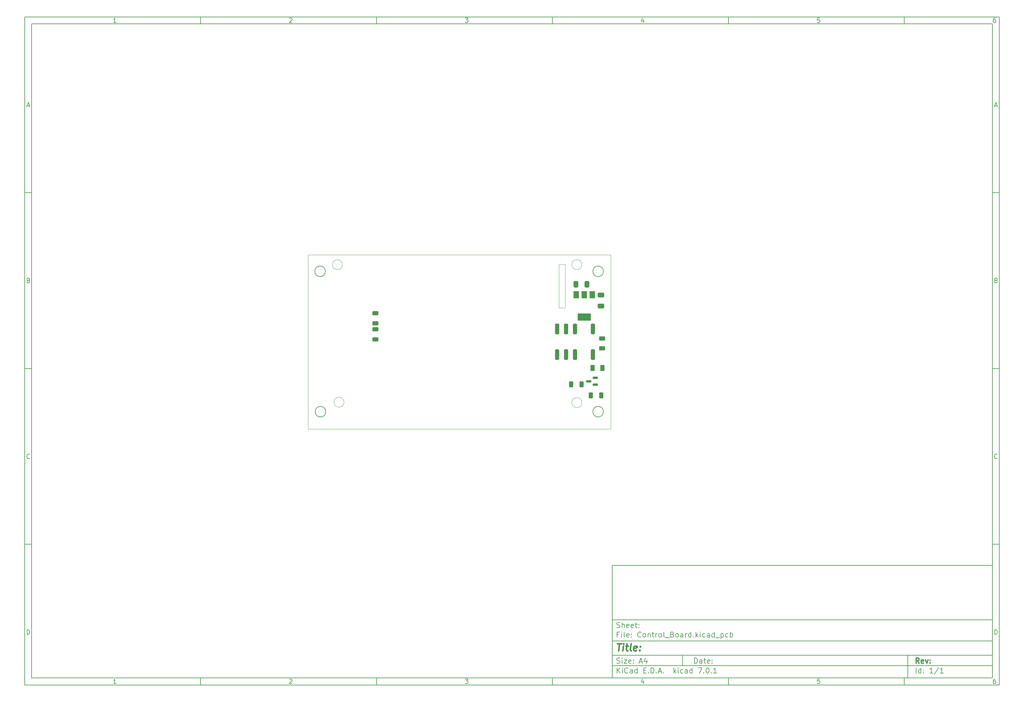
<source format=gbr>
%TF.GenerationSoftware,KiCad,Pcbnew,7.0.1*%
%TF.CreationDate,2024-01-20T13:41:41+00:00*%
%TF.ProjectId,Control_Board,436f6e74-726f-46c5-9f42-6f6172642e6b,rev?*%
%TF.SameCoordinates,Original*%
%TF.FileFunction,Paste,Top*%
%TF.FilePolarity,Positive*%
%FSLAX45Y45*%
G04 Gerber Fmt 4.5, Leading zero omitted, Abs format (unit mm)*
G04 Created by KiCad (PCBNEW 7.0.1) date 2024-01-20 13:41:41*
%MOMM*%
%LPD*%
G01*
G04 APERTURE LIST*
G04 Aperture macros list*
%AMRoundRect*
0 Rectangle with rounded corners*
0 $1 Rounding radius*
0 $2 $3 $4 $5 $6 $7 $8 $9 X,Y pos of 4 corners*
0 Add a 4 corners polygon primitive as box body*
4,1,4,$2,$3,$4,$5,$6,$7,$8,$9,$2,$3,0*
0 Add four circle primitives for the rounded corners*
1,1,$1+$1,$2,$3*
1,1,$1+$1,$4,$5*
1,1,$1+$1,$6,$7*
1,1,$1+$1,$8,$9*
0 Add four rect primitives between the rounded corners*
20,1,$1+$1,$2,$3,$4,$5,0*
20,1,$1+$1,$4,$5,$6,$7,0*
20,1,$1+$1,$6,$7,$8,$9,0*
20,1,$1+$1,$8,$9,$2,$3,0*%
G04 Aperture macros list end*
%ADD10C,0.100000*%
%ADD11C,0.150000*%
%ADD12C,0.300000*%
%ADD13C,0.400000*%
%ADD14R,1.500000X2.000000*%
%ADD15R,3.800000X2.000000*%
%ADD16RoundRect,0.250000X-0.412500X-0.650000X0.412500X-0.650000X0.412500X0.650000X-0.412500X0.650000X0*%
%ADD17RoundRect,0.250000X-0.375000X-0.625000X0.375000X-0.625000X0.375000X0.625000X-0.375000X0.625000X0*%
%ADD18RoundRect,0.250000X0.625000X-0.312500X0.625000X0.312500X-0.625000X0.312500X-0.625000X-0.312500X0*%
%ADD19RoundRect,0.150000X0.587500X0.150000X-0.587500X0.150000X-0.587500X-0.150000X0.587500X-0.150000X0*%
%ADD20RoundRect,0.250000X-0.625000X0.375000X-0.625000X-0.375000X0.625000X-0.375000X0.625000X0.375000X0*%
%ADD21RoundRect,0.250000X-0.312500X-0.625000X0.312500X-0.625000X0.312500X0.625000X-0.312500X0.625000X0*%
%ADD22RoundRect,0.249750X0.305250X1.250250X-0.305250X1.250250X-0.305250X-1.250250X0.305250X-1.250250X0*%
%ADD23RoundRect,0.250000X-0.650000X0.412500X-0.650000X-0.412500X0.650000X-0.412500X0.650000X0.412500X0*%
%TA.AperFunction,Profile*%
%ADD24C,0.200000*%
%TD*%
%TA.AperFunction,Profile*%
%ADD25C,0.100000*%
%TD*%
G04 APERTURE END LIST*
D10*
D11*
X17700220Y-16600720D02*
X28500220Y-16600720D01*
X28500220Y-19800720D01*
X17700220Y-19800720D01*
X17700220Y-16600720D01*
D10*
D11*
X1000000Y-1000000D02*
X28700220Y-1000000D01*
X28700220Y-20000720D01*
X1000000Y-20000720D01*
X1000000Y-1000000D01*
D10*
D11*
X1200000Y-1200000D02*
X28500220Y-1200000D01*
X28500220Y-19800720D01*
X1200000Y-19800720D01*
X1200000Y-1200000D01*
D10*
D11*
X6000000Y-1200000D02*
X6000000Y-1000000D01*
D10*
D11*
X11000000Y-1200000D02*
X11000000Y-1000000D01*
D10*
D11*
X16000000Y-1200000D02*
X16000000Y-1000000D01*
D10*
D11*
X21000000Y-1200000D02*
X21000000Y-1000000D01*
D10*
D11*
X26000000Y-1200000D02*
X26000000Y-1000000D01*
D10*
D11*
X3599048Y-1160140D02*
X3524762Y-1160140D01*
X3561905Y-1160140D02*
X3561905Y-1030140D01*
X3561905Y-1030140D02*
X3549524Y-1048712D01*
X3549524Y-1048712D02*
X3537143Y-1061093D01*
X3537143Y-1061093D02*
X3524762Y-1067283D01*
D10*
D11*
X8524762Y-1042521D02*
X8530952Y-1036331D01*
X8530952Y-1036331D02*
X8543333Y-1030140D01*
X8543333Y-1030140D02*
X8574286Y-1030140D01*
X8574286Y-1030140D02*
X8586667Y-1036331D01*
X8586667Y-1036331D02*
X8592857Y-1042521D01*
X8592857Y-1042521D02*
X8599048Y-1054902D01*
X8599048Y-1054902D02*
X8599048Y-1067283D01*
X8599048Y-1067283D02*
X8592857Y-1085855D01*
X8592857Y-1085855D02*
X8518571Y-1160140D01*
X8518571Y-1160140D02*
X8599048Y-1160140D01*
D10*
D11*
X13518571Y-1030140D02*
X13599048Y-1030140D01*
X13599048Y-1030140D02*
X13555714Y-1079664D01*
X13555714Y-1079664D02*
X13574286Y-1079664D01*
X13574286Y-1079664D02*
X13586667Y-1085855D01*
X13586667Y-1085855D02*
X13592857Y-1092045D01*
X13592857Y-1092045D02*
X13599048Y-1104426D01*
X13599048Y-1104426D02*
X13599048Y-1135379D01*
X13599048Y-1135379D02*
X13592857Y-1147760D01*
X13592857Y-1147760D02*
X13586667Y-1153950D01*
X13586667Y-1153950D02*
X13574286Y-1160140D01*
X13574286Y-1160140D02*
X13537143Y-1160140D01*
X13537143Y-1160140D02*
X13524762Y-1153950D01*
X13524762Y-1153950D02*
X13518571Y-1147760D01*
D10*
D11*
X18586667Y-1073474D02*
X18586667Y-1160140D01*
X18555714Y-1023950D02*
X18524762Y-1116807D01*
X18524762Y-1116807D02*
X18605238Y-1116807D01*
D10*
D11*
X23592857Y-1030140D02*
X23530952Y-1030140D01*
X23530952Y-1030140D02*
X23524762Y-1092045D01*
X23524762Y-1092045D02*
X23530952Y-1085855D01*
X23530952Y-1085855D02*
X23543333Y-1079664D01*
X23543333Y-1079664D02*
X23574286Y-1079664D01*
X23574286Y-1079664D02*
X23586667Y-1085855D01*
X23586667Y-1085855D02*
X23592857Y-1092045D01*
X23592857Y-1092045D02*
X23599048Y-1104426D01*
X23599048Y-1104426D02*
X23599048Y-1135379D01*
X23599048Y-1135379D02*
X23592857Y-1147760D01*
X23592857Y-1147760D02*
X23586667Y-1153950D01*
X23586667Y-1153950D02*
X23574286Y-1160140D01*
X23574286Y-1160140D02*
X23543333Y-1160140D01*
X23543333Y-1160140D02*
X23530952Y-1153950D01*
X23530952Y-1153950D02*
X23524762Y-1147760D01*
D10*
D11*
X28586667Y-1030140D02*
X28561905Y-1030140D01*
X28561905Y-1030140D02*
X28549524Y-1036331D01*
X28549524Y-1036331D02*
X28543333Y-1042521D01*
X28543333Y-1042521D02*
X28530952Y-1061093D01*
X28530952Y-1061093D02*
X28524762Y-1085855D01*
X28524762Y-1085855D02*
X28524762Y-1135379D01*
X28524762Y-1135379D02*
X28530952Y-1147760D01*
X28530952Y-1147760D02*
X28537143Y-1153950D01*
X28537143Y-1153950D02*
X28549524Y-1160140D01*
X28549524Y-1160140D02*
X28574286Y-1160140D01*
X28574286Y-1160140D02*
X28586667Y-1153950D01*
X28586667Y-1153950D02*
X28592857Y-1147760D01*
X28592857Y-1147760D02*
X28599048Y-1135379D01*
X28599048Y-1135379D02*
X28599048Y-1104426D01*
X28599048Y-1104426D02*
X28592857Y-1092045D01*
X28592857Y-1092045D02*
X28586667Y-1085855D01*
X28586667Y-1085855D02*
X28574286Y-1079664D01*
X28574286Y-1079664D02*
X28549524Y-1079664D01*
X28549524Y-1079664D02*
X28537143Y-1085855D01*
X28537143Y-1085855D02*
X28530952Y-1092045D01*
X28530952Y-1092045D02*
X28524762Y-1104426D01*
D10*
D11*
X6000000Y-19800720D02*
X6000000Y-20000720D01*
D10*
D11*
X11000000Y-19800720D02*
X11000000Y-20000720D01*
D10*
D11*
X16000000Y-19800720D02*
X16000000Y-20000720D01*
D10*
D11*
X21000000Y-19800720D02*
X21000000Y-20000720D01*
D10*
D11*
X26000000Y-19800720D02*
X26000000Y-20000720D01*
D10*
D11*
X3599048Y-19960860D02*
X3524762Y-19960860D01*
X3561905Y-19960860D02*
X3561905Y-19830860D01*
X3561905Y-19830860D02*
X3549524Y-19849432D01*
X3549524Y-19849432D02*
X3537143Y-19861813D01*
X3537143Y-19861813D02*
X3524762Y-19868003D01*
D10*
D11*
X8524762Y-19843241D02*
X8530952Y-19837051D01*
X8530952Y-19837051D02*
X8543333Y-19830860D01*
X8543333Y-19830860D02*
X8574286Y-19830860D01*
X8574286Y-19830860D02*
X8586667Y-19837051D01*
X8586667Y-19837051D02*
X8592857Y-19843241D01*
X8592857Y-19843241D02*
X8599048Y-19855622D01*
X8599048Y-19855622D02*
X8599048Y-19868003D01*
X8599048Y-19868003D02*
X8592857Y-19886575D01*
X8592857Y-19886575D02*
X8518571Y-19960860D01*
X8518571Y-19960860D02*
X8599048Y-19960860D01*
D10*
D11*
X13518571Y-19830860D02*
X13599048Y-19830860D01*
X13599048Y-19830860D02*
X13555714Y-19880384D01*
X13555714Y-19880384D02*
X13574286Y-19880384D01*
X13574286Y-19880384D02*
X13586667Y-19886575D01*
X13586667Y-19886575D02*
X13592857Y-19892765D01*
X13592857Y-19892765D02*
X13599048Y-19905146D01*
X13599048Y-19905146D02*
X13599048Y-19936099D01*
X13599048Y-19936099D02*
X13592857Y-19948480D01*
X13592857Y-19948480D02*
X13586667Y-19954670D01*
X13586667Y-19954670D02*
X13574286Y-19960860D01*
X13574286Y-19960860D02*
X13537143Y-19960860D01*
X13537143Y-19960860D02*
X13524762Y-19954670D01*
X13524762Y-19954670D02*
X13518571Y-19948480D01*
D10*
D11*
X18586667Y-19874194D02*
X18586667Y-19960860D01*
X18555714Y-19824670D02*
X18524762Y-19917527D01*
X18524762Y-19917527D02*
X18605238Y-19917527D01*
D10*
D11*
X23592857Y-19830860D02*
X23530952Y-19830860D01*
X23530952Y-19830860D02*
X23524762Y-19892765D01*
X23524762Y-19892765D02*
X23530952Y-19886575D01*
X23530952Y-19886575D02*
X23543333Y-19880384D01*
X23543333Y-19880384D02*
X23574286Y-19880384D01*
X23574286Y-19880384D02*
X23586667Y-19886575D01*
X23586667Y-19886575D02*
X23592857Y-19892765D01*
X23592857Y-19892765D02*
X23599048Y-19905146D01*
X23599048Y-19905146D02*
X23599048Y-19936099D01*
X23599048Y-19936099D02*
X23592857Y-19948480D01*
X23592857Y-19948480D02*
X23586667Y-19954670D01*
X23586667Y-19954670D02*
X23574286Y-19960860D01*
X23574286Y-19960860D02*
X23543333Y-19960860D01*
X23543333Y-19960860D02*
X23530952Y-19954670D01*
X23530952Y-19954670D02*
X23524762Y-19948480D01*
D10*
D11*
X28586667Y-19830860D02*
X28561905Y-19830860D01*
X28561905Y-19830860D02*
X28549524Y-19837051D01*
X28549524Y-19837051D02*
X28543333Y-19843241D01*
X28543333Y-19843241D02*
X28530952Y-19861813D01*
X28530952Y-19861813D02*
X28524762Y-19886575D01*
X28524762Y-19886575D02*
X28524762Y-19936099D01*
X28524762Y-19936099D02*
X28530952Y-19948480D01*
X28530952Y-19948480D02*
X28537143Y-19954670D01*
X28537143Y-19954670D02*
X28549524Y-19960860D01*
X28549524Y-19960860D02*
X28574286Y-19960860D01*
X28574286Y-19960860D02*
X28586667Y-19954670D01*
X28586667Y-19954670D02*
X28592857Y-19948480D01*
X28592857Y-19948480D02*
X28599048Y-19936099D01*
X28599048Y-19936099D02*
X28599048Y-19905146D01*
X28599048Y-19905146D02*
X28592857Y-19892765D01*
X28592857Y-19892765D02*
X28586667Y-19886575D01*
X28586667Y-19886575D02*
X28574286Y-19880384D01*
X28574286Y-19880384D02*
X28549524Y-19880384D01*
X28549524Y-19880384D02*
X28537143Y-19886575D01*
X28537143Y-19886575D02*
X28530952Y-19892765D01*
X28530952Y-19892765D02*
X28524762Y-19905146D01*
D10*
D11*
X1000000Y-6000000D02*
X1200000Y-6000000D01*
D10*
D11*
X1000000Y-11000000D02*
X1200000Y-11000000D01*
D10*
D11*
X1000000Y-16000000D02*
X1200000Y-16000000D01*
D10*
D11*
X1069048Y-3522998D02*
X1130952Y-3522998D01*
X1056667Y-3560140D02*
X1100000Y-3430140D01*
X1100000Y-3430140D02*
X1143333Y-3560140D01*
D10*
D11*
X1109286Y-8492045D02*
X1127857Y-8498236D01*
X1127857Y-8498236D02*
X1134048Y-8504426D01*
X1134048Y-8504426D02*
X1140238Y-8516807D01*
X1140238Y-8516807D02*
X1140238Y-8535379D01*
X1140238Y-8535379D02*
X1134048Y-8547760D01*
X1134048Y-8547760D02*
X1127857Y-8553950D01*
X1127857Y-8553950D02*
X1115476Y-8560140D01*
X1115476Y-8560140D02*
X1065952Y-8560140D01*
X1065952Y-8560140D02*
X1065952Y-8430140D01*
X1065952Y-8430140D02*
X1109286Y-8430140D01*
X1109286Y-8430140D02*
X1121667Y-8436331D01*
X1121667Y-8436331D02*
X1127857Y-8442521D01*
X1127857Y-8442521D02*
X1134048Y-8454902D01*
X1134048Y-8454902D02*
X1134048Y-8467283D01*
X1134048Y-8467283D02*
X1127857Y-8479664D01*
X1127857Y-8479664D02*
X1121667Y-8485855D01*
X1121667Y-8485855D02*
X1109286Y-8492045D01*
X1109286Y-8492045D02*
X1065952Y-8492045D01*
D10*
D11*
X1140238Y-13547759D02*
X1134048Y-13553950D01*
X1134048Y-13553950D02*
X1115476Y-13560140D01*
X1115476Y-13560140D02*
X1103095Y-13560140D01*
X1103095Y-13560140D02*
X1084524Y-13553950D01*
X1084524Y-13553950D02*
X1072143Y-13541569D01*
X1072143Y-13541569D02*
X1065952Y-13529188D01*
X1065952Y-13529188D02*
X1059762Y-13504426D01*
X1059762Y-13504426D02*
X1059762Y-13485855D01*
X1059762Y-13485855D02*
X1065952Y-13461093D01*
X1065952Y-13461093D02*
X1072143Y-13448712D01*
X1072143Y-13448712D02*
X1084524Y-13436331D01*
X1084524Y-13436331D02*
X1103095Y-13430140D01*
X1103095Y-13430140D02*
X1115476Y-13430140D01*
X1115476Y-13430140D02*
X1134048Y-13436331D01*
X1134048Y-13436331D02*
X1140238Y-13442521D01*
D10*
D11*
X1065952Y-18560140D02*
X1065952Y-18430140D01*
X1065952Y-18430140D02*
X1096905Y-18430140D01*
X1096905Y-18430140D02*
X1115476Y-18436331D01*
X1115476Y-18436331D02*
X1127857Y-18448712D01*
X1127857Y-18448712D02*
X1134048Y-18461093D01*
X1134048Y-18461093D02*
X1140238Y-18485855D01*
X1140238Y-18485855D02*
X1140238Y-18504426D01*
X1140238Y-18504426D02*
X1134048Y-18529188D01*
X1134048Y-18529188D02*
X1127857Y-18541569D01*
X1127857Y-18541569D02*
X1115476Y-18553950D01*
X1115476Y-18553950D02*
X1096905Y-18560140D01*
X1096905Y-18560140D02*
X1065952Y-18560140D01*
D10*
D11*
X28700220Y-6000000D02*
X28500220Y-6000000D01*
D10*
D11*
X28700220Y-11000000D02*
X28500220Y-11000000D01*
D10*
D11*
X28700220Y-16000000D02*
X28500220Y-16000000D01*
D10*
D11*
X28569268Y-3522998D02*
X28631172Y-3522998D01*
X28556887Y-3560140D02*
X28600220Y-3430140D01*
X28600220Y-3430140D02*
X28643553Y-3560140D01*
D10*
D11*
X28609506Y-8492045D02*
X28628077Y-8498236D01*
X28628077Y-8498236D02*
X28634268Y-8504426D01*
X28634268Y-8504426D02*
X28640458Y-8516807D01*
X28640458Y-8516807D02*
X28640458Y-8535379D01*
X28640458Y-8535379D02*
X28634268Y-8547760D01*
X28634268Y-8547760D02*
X28628077Y-8553950D01*
X28628077Y-8553950D02*
X28615696Y-8560140D01*
X28615696Y-8560140D02*
X28566172Y-8560140D01*
X28566172Y-8560140D02*
X28566172Y-8430140D01*
X28566172Y-8430140D02*
X28609506Y-8430140D01*
X28609506Y-8430140D02*
X28621887Y-8436331D01*
X28621887Y-8436331D02*
X28628077Y-8442521D01*
X28628077Y-8442521D02*
X28634268Y-8454902D01*
X28634268Y-8454902D02*
X28634268Y-8467283D01*
X28634268Y-8467283D02*
X28628077Y-8479664D01*
X28628077Y-8479664D02*
X28621887Y-8485855D01*
X28621887Y-8485855D02*
X28609506Y-8492045D01*
X28609506Y-8492045D02*
X28566172Y-8492045D01*
D10*
D11*
X28640458Y-13547759D02*
X28634268Y-13553950D01*
X28634268Y-13553950D02*
X28615696Y-13560140D01*
X28615696Y-13560140D02*
X28603315Y-13560140D01*
X28603315Y-13560140D02*
X28584744Y-13553950D01*
X28584744Y-13553950D02*
X28572363Y-13541569D01*
X28572363Y-13541569D02*
X28566172Y-13529188D01*
X28566172Y-13529188D02*
X28559982Y-13504426D01*
X28559982Y-13504426D02*
X28559982Y-13485855D01*
X28559982Y-13485855D02*
X28566172Y-13461093D01*
X28566172Y-13461093D02*
X28572363Y-13448712D01*
X28572363Y-13448712D02*
X28584744Y-13436331D01*
X28584744Y-13436331D02*
X28603315Y-13430140D01*
X28603315Y-13430140D02*
X28615696Y-13430140D01*
X28615696Y-13430140D02*
X28634268Y-13436331D01*
X28634268Y-13436331D02*
X28640458Y-13442521D01*
D10*
D11*
X28566172Y-18560140D02*
X28566172Y-18430140D01*
X28566172Y-18430140D02*
X28597125Y-18430140D01*
X28597125Y-18430140D02*
X28615696Y-18436331D01*
X28615696Y-18436331D02*
X28628077Y-18448712D01*
X28628077Y-18448712D02*
X28634268Y-18461093D01*
X28634268Y-18461093D02*
X28640458Y-18485855D01*
X28640458Y-18485855D02*
X28640458Y-18504426D01*
X28640458Y-18504426D02*
X28634268Y-18529188D01*
X28634268Y-18529188D02*
X28628077Y-18541569D01*
X28628077Y-18541569D02*
X28615696Y-18553950D01*
X28615696Y-18553950D02*
X28597125Y-18560140D01*
X28597125Y-18560140D02*
X28566172Y-18560140D01*
D10*
D11*
X20035934Y-19380113D02*
X20035934Y-19230113D01*
X20035934Y-19230113D02*
X20071649Y-19230113D01*
X20071649Y-19230113D02*
X20093077Y-19237256D01*
X20093077Y-19237256D02*
X20107363Y-19251541D01*
X20107363Y-19251541D02*
X20114506Y-19265827D01*
X20114506Y-19265827D02*
X20121649Y-19294399D01*
X20121649Y-19294399D02*
X20121649Y-19315827D01*
X20121649Y-19315827D02*
X20114506Y-19344399D01*
X20114506Y-19344399D02*
X20107363Y-19358684D01*
X20107363Y-19358684D02*
X20093077Y-19372970D01*
X20093077Y-19372970D02*
X20071649Y-19380113D01*
X20071649Y-19380113D02*
X20035934Y-19380113D01*
X20250220Y-19380113D02*
X20250220Y-19301541D01*
X20250220Y-19301541D02*
X20243077Y-19287256D01*
X20243077Y-19287256D02*
X20228791Y-19280113D01*
X20228791Y-19280113D02*
X20200220Y-19280113D01*
X20200220Y-19280113D02*
X20185934Y-19287256D01*
X20250220Y-19372970D02*
X20235934Y-19380113D01*
X20235934Y-19380113D02*
X20200220Y-19380113D01*
X20200220Y-19380113D02*
X20185934Y-19372970D01*
X20185934Y-19372970D02*
X20178791Y-19358684D01*
X20178791Y-19358684D02*
X20178791Y-19344399D01*
X20178791Y-19344399D02*
X20185934Y-19330113D01*
X20185934Y-19330113D02*
X20200220Y-19322970D01*
X20200220Y-19322970D02*
X20235934Y-19322970D01*
X20235934Y-19322970D02*
X20250220Y-19315827D01*
X20300220Y-19280113D02*
X20357363Y-19280113D01*
X20321649Y-19230113D02*
X20321649Y-19358684D01*
X20321649Y-19358684D02*
X20328791Y-19372970D01*
X20328791Y-19372970D02*
X20343077Y-19380113D01*
X20343077Y-19380113D02*
X20357363Y-19380113D01*
X20464506Y-19372970D02*
X20450220Y-19380113D01*
X20450220Y-19380113D02*
X20421649Y-19380113D01*
X20421649Y-19380113D02*
X20407363Y-19372970D01*
X20407363Y-19372970D02*
X20400220Y-19358684D01*
X20400220Y-19358684D02*
X20400220Y-19301541D01*
X20400220Y-19301541D02*
X20407363Y-19287256D01*
X20407363Y-19287256D02*
X20421649Y-19280113D01*
X20421649Y-19280113D02*
X20450220Y-19280113D01*
X20450220Y-19280113D02*
X20464506Y-19287256D01*
X20464506Y-19287256D02*
X20471649Y-19301541D01*
X20471649Y-19301541D02*
X20471649Y-19315827D01*
X20471649Y-19315827D02*
X20400220Y-19330113D01*
X20535934Y-19365827D02*
X20543077Y-19372970D01*
X20543077Y-19372970D02*
X20535934Y-19380113D01*
X20535934Y-19380113D02*
X20528791Y-19372970D01*
X20528791Y-19372970D02*
X20535934Y-19365827D01*
X20535934Y-19365827D02*
X20535934Y-19380113D01*
X20535934Y-19287256D02*
X20543077Y-19294399D01*
X20543077Y-19294399D02*
X20535934Y-19301541D01*
X20535934Y-19301541D02*
X20528791Y-19294399D01*
X20528791Y-19294399D02*
X20535934Y-19287256D01*
X20535934Y-19287256D02*
X20535934Y-19301541D01*
D10*
D11*
X17700220Y-19450720D02*
X28500220Y-19450720D01*
D10*
D11*
X17835934Y-19660113D02*
X17835934Y-19510113D01*
X17921649Y-19660113D02*
X17857363Y-19574399D01*
X17921649Y-19510113D02*
X17835934Y-19595827D01*
X17985934Y-19660113D02*
X17985934Y-19560113D01*
X17985934Y-19510113D02*
X17978791Y-19517256D01*
X17978791Y-19517256D02*
X17985934Y-19524399D01*
X17985934Y-19524399D02*
X17993077Y-19517256D01*
X17993077Y-19517256D02*
X17985934Y-19510113D01*
X17985934Y-19510113D02*
X17985934Y-19524399D01*
X18143077Y-19645827D02*
X18135934Y-19652970D01*
X18135934Y-19652970D02*
X18114506Y-19660113D01*
X18114506Y-19660113D02*
X18100220Y-19660113D01*
X18100220Y-19660113D02*
X18078791Y-19652970D01*
X18078791Y-19652970D02*
X18064506Y-19638684D01*
X18064506Y-19638684D02*
X18057363Y-19624399D01*
X18057363Y-19624399D02*
X18050220Y-19595827D01*
X18050220Y-19595827D02*
X18050220Y-19574399D01*
X18050220Y-19574399D02*
X18057363Y-19545827D01*
X18057363Y-19545827D02*
X18064506Y-19531541D01*
X18064506Y-19531541D02*
X18078791Y-19517256D01*
X18078791Y-19517256D02*
X18100220Y-19510113D01*
X18100220Y-19510113D02*
X18114506Y-19510113D01*
X18114506Y-19510113D02*
X18135934Y-19517256D01*
X18135934Y-19517256D02*
X18143077Y-19524399D01*
X18271649Y-19660113D02*
X18271649Y-19581541D01*
X18271649Y-19581541D02*
X18264506Y-19567256D01*
X18264506Y-19567256D02*
X18250220Y-19560113D01*
X18250220Y-19560113D02*
X18221649Y-19560113D01*
X18221649Y-19560113D02*
X18207363Y-19567256D01*
X18271649Y-19652970D02*
X18257363Y-19660113D01*
X18257363Y-19660113D02*
X18221649Y-19660113D01*
X18221649Y-19660113D02*
X18207363Y-19652970D01*
X18207363Y-19652970D02*
X18200220Y-19638684D01*
X18200220Y-19638684D02*
X18200220Y-19624399D01*
X18200220Y-19624399D02*
X18207363Y-19610113D01*
X18207363Y-19610113D02*
X18221649Y-19602970D01*
X18221649Y-19602970D02*
X18257363Y-19602970D01*
X18257363Y-19602970D02*
X18271649Y-19595827D01*
X18407363Y-19660113D02*
X18407363Y-19510113D01*
X18407363Y-19652970D02*
X18393077Y-19660113D01*
X18393077Y-19660113D02*
X18364506Y-19660113D01*
X18364506Y-19660113D02*
X18350220Y-19652970D01*
X18350220Y-19652970D02*
X18343077Y-19645827D01*
X18343077Y-19645827D02*
X18335934Y-19631541D01*
X18335934Y-19631541D02*
X18335934Y-19588684D01*
X18335934Y-19588684D02*
X18343077Y-19574399D01*
X18343077Y-19574399D02*
X18350220Y-19567256D01*
X18350220Y-19567256D02*
X18364506Y-19560113D01*
X18364506Y-19560113D02*
X18393077Y-19560113D01*
X18393077Y-19560113D02*
X18407363Y-19567256D01*
X18593077Y-19581541D02*
X18643077Y-19581541D01*
X18664506Y-19660113D02*
X18593077Y-19660113D01*
X18593077Y-19660113D02*
X18593077Y-19510113D01*
X18593077Y-19510113D02*
X18664506Y-19510113D01*
X18728791Y-19645827D02*
X18735934Y-19652970D01*
X18735934Y-19652970D02*
X18728791Y-19660113D01*
X18728791Y-19660113D02*
X18721649Y-19652970D01*
X18721649Y-19652970D02*
X18728791Y-19645827D01*
X18728791Y-19645827D02*
X18728791Y-19660113D01*
X18800220Y-19660113D02*
X18800220Y-19510113D01*
X18800220Y-19510113D02*
X18835934Y-19510113D01*
X18835934Y-19510113D02*
X18857363Y-19517256D01*
X18857363Y-19517256D02*
X18871649Y-19531541D01*
X18871649Y-19531541D02*
X18878792Y-19545827D01*
X18878792Y-19545827D02*
X18885934Y-19574399D01*
X18885934Y-19574399D02*
X18885934Y-19595827D01*
X18885934Y-19595827D02*
X18878792Y-19624399D01*
X18878792Y-19624399D02*
X18871649Y-19638684D01*
X18871649Y-19638684D02*
X18857363Y-19652970D01*
X18857363Y-19652970D02*
X18835934Y-19660113D01*
X18835934Y-19660113D02*
X18800220Y-19660113D01*
X18950220Y-19645827D02*
X18957363Y-19652970D01*
X18957363Y-19652970D02*
X18950220Y-19660113D01*
X18950220Y-19660113D02*
X18943077Y-19652970D01*
X18943077Y-19652970D02*
X18950220Y-19645827D01*
X18950220Y-19645827D02*
X18950220Y-19660113D01*
X19014506Y-19617256D02*
X19085934Y-19617256D01*
X19000220Y-19660113D02*
X19050220Y-19510113D01*
X19050220Y-19510113D02*
X19100220Y-19660113D01*
X19150220Y-19645827D02*
X19157363Y-19652970D01*
X19157363Y-19652970D02*
X19150220Y-19660113D01*
X19150220Y-19660113D02*
X19143077Y-19652970D01*
X19143077Y-19652970D02*
X19150220Y-19645827D01*
X19150220Y-19645827D02*
X19150220Y-19660113D01*
X19450220Y-19660113D02*
X19450220Y-19510113D01*
X19464506Y-19602970D02*
X19507363Y-19660113D01*
X19507363Y-19560113D02*
X19450220Y-19617256D01*
X19571649Y-19660113D02*
X19571649Y-19560113D01*
X19571649Y-19510113D02*
X19564506Y-19517256D01*
X19564506Y-19517256D02*
X19571649Y-19524399D01*
X19571649Y-19524399D02*
X19578792Y-19517256D01*
X19578792Y-19517256D02*
X19571649Y-19510113D01*
X19571649Y-19510113D02*
X19571649Y-19524399D01*
X19707363Y-19652970D02*
X19693077Y-19660113D01*
X19693077Y-19660113D02*
X19664506Y-19660113D01*
X19664506Y-19660113D02*
X19650220Y-19652970D01*
X19650220Y-19652970D02*
X19643077Y-19645827D01*
X19643077Y-19645827D02*
X19635934Y-19631541D01*
X19635934Y-19631541D02*
X19635934Y-19588684D01*
X19635934Y-19588684D02*
X19643077Y-19574399D01*
X19643077Y-19574399D02*
X19650220Y-19567256D01*
X19650220Y-19567256D02*
X19664506Y-19560113D01*
X19664506Y-19560113D02*
X19693077Y-19560113D01*
X19693077Y-19560113D02*
X19707363Y-19567256D01*
X19835934Y-19660113D02*
X19835934Y-19581541D01*
X19835934Y-19581541D02*
X19828792Y-19567256D01*
X19828792Y-19567256D02*
X19814506Y-19560113D01*
X19814506Y-19560113D02*
X19785934Y-19560113D01*
X19785934Y-19560113D02*
X19771649Y-19567256D01*
X19835934Y-19652970D02*
X19821649Y-19660113D01*
X19821649Y-19660113D02*
X19785934Y-19660113D01*
X19785934Y-19660113D02*
X19771649Y-19652970D01*
X19771649Y-19652970D02*
X19764506Y-19638684D01*
X19764506Y-19638684D02*
X19764506Y-19624399D01*
X19764506Y-19624399D02*
X19771649Y-19610113D01*
X19771649Y-19610113D02*
X19785934Y-19602970D01*
X19785934Y-19602970D02*
X19821649Y-19602970D01*
X19821649Y-19602970D02*
X19835934Y-19595827D01*
X19971649Y-19660113D02*
X19971649Y-19510113D01*
X19971649Y-19652970D02*
X19957363Y-19660113D01*
X19957363Y-19660113D02*
X19928792Y-19660113D01*
X19928792Y-19660113D02*
X19914506Y-19652970D01*
X19914506Y-19652970D02*
X19907363Y-19645827D01*
X19907363Y-19645827D02*
X19900220Y-19631541D01*
X19900220Y-19631541D02*
X19900220Y-19588684D01*
X19900220Y-19588684D02*
X19907363Y-19574399D01*
X19907363Y-19574399D02*
X19914506Y-19567256D01*
X19914506Y-19567256D02*
X19928792Y-19560113D01*
X19928792Y-19560113D02*
X19957363Y-19560113D01*
X19957363Y-19560113D02*
X19971649Y-19567256D01*
X20143077Y-19510113D02*
X20243077Y-19510113D01*
X20243077Y-19510113D02*
X20178792Y-19660113D01*
X20300220Y-19645827D02*
X20307363Y-19652970D01*
X20307363Y-19652970D02*
X20300220Y-19660113D01*
X20300220Y-19660113D02*
X20293077Y-19652970D01*
X20293077Y-19652970D02*
X20300220Y-19645827D01*
X20300220Y-19645827D02*
X20300220Y-19660113D01*
X20400220Y-19510113D02*
X20414506Y-19510113D01*
X20414506Y-19510113D02*
X20428792Y-19517256D01*
X20428792Y-19517256D02*
X20435934Y-19524399D01*
X20435934Y-19524399D02*
X20443077Y-19538684D01*
X20443077Y-19538684D02*
X20450220Y-19567256D01*
X20450220Y-19567256D02*
X20450220Y-19602970D01*
X20450220Y-19602970D02*
X20443077Y-19631541D01*
X20443077Y-19631541D02*
X20435934Y-19645827D01*
X20435934Y-19645827D02*
X20428792Y-19652970D01*
X20428792Y-19652970D02*
X20414506Y-19660113D01*
X20414506Y-19660113D02*
X20400220Y-19660113D01*
X20400220Y-19660113D02*
X20385934Y-19652970D01*
X20385934Y-19652970D02*
X20378792Y-19645827D01*
X20378792Y-19645827D02*
X20371649Y-19631541D01*
X20371649Y-19631541D02*
X20364506Y-19602970D01*
X20364506Y-19602970D02*
X20364506Y-19567256D01*
X20364506Y-19567256D02*
X20371649Y-19538684D01*
X20371649Y-19538684D02*
X20378792Y-19524399D01*
X20378792Y-19524399D02*
X20385934Y-19517256D01*
X20385934Y-19517256D02*
X20400220Y-19510113D01*
X20514506Y-19645827D02*
X20521649Y-19652970D01*
X20521649Y-19652970D02*
X20514506Y-19660113D01*
X20514506Y-19660113D02*
X20507363Y-19652970D01*
X20507363Y-19652970D02*
X20514506Y-19645827D01*
X20514506Y-19645827D02*
X20514506Y-19660113D01*
X20664506Y-19660113D02*
X20578792Y-19660113D01*
X20621649Y-19660113D02*
X20621649Y-19510113D01*
X20621649Y-19510113D02*
X20607363Y-19531541D01*
X20607363Y-19531541D02*
X20593077Y-19545827D01*
X20593077Y-19545827D02*
X20578792Y-19552970D01*
D10*
D11*
X17700220Y-19150720D02*
X28500220Y-19150720D01*
D10*
D12*
X26421648Y-19380113D02*
X26371648Y-19308684D01*
X26335934Y-19380113D02*
X26335934Y-19230113D01*
X26335934Y-19230113D02*
X26393077Y-19230113D01*
X26393077Y-19230113D02*
X26407363Y-19237256D01*
X26407363Y-19237256D02*
X26414506Y-19244399D01*
X26414506Y-19244399D02*
X26421648Y-19258684D01*
X26421648Y-19258684D02*
X26421648Y-19280113D01*
X26421648Y-19280113D02*
X26414506Y-19294399D01*
X26414506Y-19294399D02*
X26407363Y-19301541D01*
X26407363Y-19301541D02*
X26393077Y-19308684D01*
X26393077Y-19308684D02*
X26335934Y-19308684D01*
X26543077Y-19372970D02*
X26528791Y-19380113D01*
X26528791Y-19380113D02*
X26500220Y-19380113D01*
X26500220Y-19380113D02*
X26485934Y-19372970D01*
X26485934Y-19372970D02*
X26478791Y-19358684D01*
X26478791Y-19358684D02*
X26478791Y-19301541D01*
X26478791Y-19301541D02*
X26485934Y-19287256D01*
X26485934Y-19287256D02*
X26500220Y-19280113D01*
X26500220Y-19280113D02*
X26528791Y-19280113D01*
X26528791Y-19280113D02*
X26543077Y-19287256D01*
X26543077Y-19287256D02*
X26550220Y-19301541D01*
X26550220Y-19301541D02*
X26550220Y-19315827D01*
X26550220Y-19315827D02*
X26478791Y-19330113D01*
X26600220Y-19280113D02*
X26635934Y-19380113D01*
X26635934Y-19380113D02*
X26671648Y-19280113D01*
X26728791Y-19365827D02*
X26735934Y-19372970D01*
X26735934Y-19372970D02*
X26728791Y-19380113D01*
X26728791Y-19380113D02*
X26721648Y-19372970D01*
X26721648Y-19372970D02*
X26728791Y-19365827D01*
X26728791Y-19365827D02*
X26728791Y-19380113D01*
X26728791Y-19287256D02*
X26735934Y-19294399D01*
X26735934Y-19294399D02*
X26728791Y-19301541D01*
X26728791Y-19301541D02*
X26721648Y-19294399D01*
X26721648Y-19294399D02*
X26728791Y-19287256D01*
X26728791Y-19287256D02*
X26728791Y-19301541D01*
D10*
D11*
X17828791Y-19372970D02*
X17850220Y-19380113D01*
X17850220Y-19380113D02*
X17885934Y-19380113D01*
X17885934Y-19380113D02*
X17900220Y-19372970D01*
X17900220Y-19372970D02*
X17907363Y-19365827D01*
X17907363Y-19365827D02*
X17914506Y-19351541D01*
X17914506Y-19351541D02*
X17914506Y-19337256D01*
X17914506Y-19337256D02*
X17907363Y-19322970D01*
X17907363Y-19322970D02*
X17900220Y-19315827D01*
X17900220Y-19315827D02*
X17885934Y-19308684D01*
X17885934Y-19308684D02*
X17857363Y-19301541D01*
X17857363Y-19301541D02*
X17843077Y-19294399D01*
X17843077Y-19294399D02*
X17835934Y-19287256D01*
X17835934Y-19287256D02*
X17828791Y-19272970D01*
X17828791Y-19272970D02*
X17828791Y-19258684D01*
X17828791Y-19258684D02*
X17835934Y-19244399D01*
X17835934Y-19244399D02*
X17843077Y-19237256D01*
X17843077Y-19237256D02*
X17857363Y-19230113D01*
X17857363Y-19230113D02*
X17893077Y-19230113D01*
X17893077Y-19230113D02*
X17914506Y-19237256D01*
X17978791Y-19380113D02*
X17978791Y-19280113D01*
X17978791Y-19230113D02*
X17971649Y-19237256D01*
X17971649Y-19237256D02*
X17978791Y-19244399D01*
X17978791Y-19244399D02*
X17985934Y-19237256D01*
X17985934Y-19237256D02*
X17978791Y-19230113D01*
X17978791Y-19230113D02*
X17978791Y-19244399D01*
X18035934Y-19280113D02*
X18114506Y-19280113D01*
X18114506Y-19280113D02*
X18035934Y-19380113D01*
X18035934Y-19380113D02*
X18114506Y-19380113D01*
X18228791Y-19372970D02*
X18214506Y-19380113D01*
X18214506Y-19380113D02*
X18185934Y-19380113D01*
X18185934Y-19380113D02*
X18171649Y-19372970D01*
X18171649Y-19372970D02*
X18164506Y-19358684D01*
X18164506Y-19358684D02*
X18164506Y-19301541D01*
X18164506Y-19301541D02*
X18171649Y-19287256D01*
X18171649Y-19287256D02*
X18185934Y-19280113D01*
X18185934Y-19280113D02*
X18214506Y-19280113D01*
X18214506Y-19280113D02*
X18228791Y-19287256D01*
X18228791Y-19287256D02*
X18235934Y-19301541D01*
X18235934Y-19301541D02*
X18235934Y-19315827D01*
X18235934Y-19315827D02*
X18164506Y-19330113D01*
X18300220Y-19365827D02*
X18307363Y-19372970D01*
X18307363Y-19372970D02*
X18300220Y-19380113D01*
X18300220Y-19380113D02*
X18293077Y-19372970D01*
X18293077Y-19372970D02*
X18300220Y-19365827D01*
X18300220Y-19365827D02*
X18300220Y-19380113D01*
X18300220Y-19287256D02*
X18307363Y-19294399D01*
X18307363Y-19294399D02*
X18300220Y-19301541D01*
X18300220Y-19301541D02*
X18293077Y-19294399D01*
X18293077Y-19294399D02*
X18300220Y-19287256D01*
X18300220Y-19287256D02*
X18300220Y-19301541D01*
X18478791Y-19337256D02*
X18550220Y-19337256D01*
X18464506Y-19380113D02*
X18514506Y-19230113D01*
X18514506Y-19230113D02*
X18564506Y-19380113D01*
X18678791Y-19280113D02*
X18678791Y-19380113D01*
X18643077Y-19222970D02*
X18607363Y-19330113D01*
X18607363Y-19330113D02*
X18700220Y-19330113D01*
D10*
D11*
X26335934Y-19660113D02*
X26335934Y-19510113D01*
X26471649Y-19660113D02*
X26471649Y-19510113D01*
X26471649Y-19652970D02*
X26457363Y-19660113D01*
X26457363Y-19660113D02*
X26428791Y-19660113D01*
X26428791Y-19660113D02*
X26414506Y-19652970D01*
X26414506Y-19652970D02*
X26407363Y-19645827D01*
X26407363Y-19645827D02*
X26400220Y-19631541D01*
X26400220Y-19631541D02*
X26400220Y-19588684D01*
X26400220Y-19588684D02*
X26407363Y-19574399D01*
X26407363Y-19574399D02*
X26414506Y-19567256D01*
X26414506Y-19567256D02*
X26428791Y-19560113D01*
X26428791Y-19560113D02*
X26457363Y-19560113D01*
X26457363Y-19560113D02*
X26471649Y-19567256D01*
X26543077Y-19645827D02*
X26550220Y-19652970D01*
X26550220Y-19652970D02*
X26543077Y-19660113D01*
X26543077Y-19660113D02*
X26535934Y-19652970D01*
X26535934Y-19652970D02*
X26543077Y-19645827D01*
X26543077Y-19645827D02*
X26543077Y-19660113D01*
X26543077Y-19567256D02*
X26550220Y-19574399D01*
X26550220Y-19574399D02*
X26543077Y-19581541D01*
X26543077Y-19581541D02*
X26535934Y-19574399D01*
X26535934Y-19574399D02*
X26543077Y-19567256D01*
X26543077Y-19567256D02*
X26543077Y-19581541D01*
X26807363Y-19660113D02*
X26721649Y-19660113D01*
X26764506Y-19660113D02*
X26764506Y-19510113D01*
X26764506Y-19510113D02*
X26750220Y-19531541D01*
X26750220Y-19531541D02*
X26735934Y-19545827D01*
X26735934Y-19545827D02*
X26721649Y-19552970D01*
X26978791Y-19502970D02*
X26850220Y-19695827D01*
X27107363Y-19660113D02*
X27021649Y-19660113D01*
X27064506Y-19660113D02*
X27064506Y-19510113D01*
X27064506Y-19510113D02*
X27050220Y-19531541D01*
X27050220Y-19531541D02*
X27035934Y-19545827D01*
X27035934Y-19545827D02*
X27021649Y-19552970D01*
D10*
D11*
X17700220Y-18750720D02*
X28500220Y-18750720D01*
D10*
D13*
X17843077Y-18823244D02*
X17957363Y-18823244D01*
X17875220Y-19023244D02*
X17900220Y-18823244D01*
X17997839Y-19023244D02*
X18014506Y-18889910D01*
X18022839Y-18823244D02*
X18012125Y-18832768D01*
X18012125Y-18832768D02*
X18020458Y-18842291D01*
X18020458Y-18842291D02*
X18031172Y-18832768D01*
X18031172Y-18832768D02*
X18022839Y-18823244D01*
X18022839Y-18823244D02*
X18020458Y-18842291D01*
X18079982Y-18889910D02*
X18156172Y-18889910D01*
X18116887Y-18823244D02*
X18095458Y-18994672D01*
X18095458Y-18994672D02*
X18102601Y-19013720D01*
X18102601Y-19013720D02*
X18120458Y-19023244D01*
X18120458Y-19023244D02*
X18139506Y-19023244D01*
X18233553Y-19023244D02*
X18215696Y-19013720D01*
X18215696Y-19013720D02*
X18208553Y-18994672D01*
X18208553Y-18994672D02*
X18229982Y-18823244D01*
X18385934Y-19013720D02*
X18365696Y-19023244D01*
X18365696Y-19023244D02*
X18327601Y-19023244D01*
X18327601Y-19023244D02*
X18309744Y-19013720D01*
X18309744Y-19013720D02*
X18302601Y-18994672D01*
X18302601Y-18994672D02*
X18312125Y-18918482D01*
X18312125Y-18918482D02*
X18324029Y-18899434D01*
X18324029Y-18899434D02*
X18344268Y-18889910D01*
X18344268Y-18889910D02*
X18382363Y-18889910D01*
X18382363Y-18889910D02*
X18400220Y-18899434D01*
X18400220Y-18899434D02*
X18407363Y-18918482D01*
X18407363Y-18918482D02*
X18404982Y-18937530D01*
X18404982Y-18937530D02*
X18307363Y-18956577D01*
X18481172Y-19004196D02*
X18489506Y-19013720D01*
X18489506Y-19013720D02*
X18478791Y-19023244D01*
X18478791Y-19023244D02*
X18470458Y-19013720D01*
X18470458Y-19013720D02*
X18481172Y-19004196D01*
X18481172Y-19004196D02*
X18478791Y-19023244D01*
X18494268Y-18899434D02*
X18502601Y-18908958D01*
X18502601Y-18908958D02*
X18491887Y-18918482D01*
X18491887Y-18918482D02*
X18483553Y-18908958D01*
X18483553Y-18908958D02*
X18494268Y-18899434D01*
X18494268Y-18899434D02*
X18491887Y-18918482D01*
D10*
D11*
X17885934Y-18561541D02*
X17835934Y-18561541D01*
X17835934Y-18640113D02*
X17835934Y-18490113D01*
X17835934Y-18490113D02*
X17907363Y-18490113D01*
X17964506Y-18640113D02*
X17964506Y-18540113D01*
X17964506Y-18490113D02*
X17957363Y-18497256D01*
X17957363Y-18497256D02*
X17964506Y-18504399D01*
X17964506Y-18504399D02*
X17971649Y-18497256D01*
X17971649Y-18497256D02*
X17964506Y-18490113D01*
X17964506Y-18490113D02*
X17964506Y-18504399D01*
X18057363Y-18640113D02*
X18043077Y-18632970D01*
X18043077Y-18632970D02*
X18035934Y-18618684D01*
X18035934Y-18618684D02*
X18035934Y-18490113D01*
X18171649Y-18632970D02*
X18157363Y-18640113D01*
X18157363Y-18640113D02*
X18128791Y-18640113D01*
X18128791Y-18640113D02*
X18114506Y-18632970D01*
X18114506Y-18632970D02*
X18107363Y-18618684D01*
X18107363Y-18618684D02*
X18107363Y-18561541D01*
X18107363Y-18561541D02*
X18114506Y-18547256D01*
X18114506Y-18547256D02*
X18128791Y-18540113D01*
X18128791Y-18540113D02*
X18157363Y-18540113D01*
X18157363Y-18540113D02*
X18171649Y-18547256D01*
X18171649Y-18547256D02*
X18178791Y-18561541D01*
X18178791Y-18561541D02*
X18178791Y-18575827D01*
X18178791Y-18575827D02*
X18107363Y-18590113D01*
X18243077Y-18625827D02*
X18250220Y-18632970D01*
X18250220Y-18632970D02*
X18243077Y-18640113D01*
X18243077Y-18640113D02*
X18235934Y-18632970D01*
X18235934Y-18632970D02*
X18243077Y-18625827D01*
X18243077Y-18625827D02*
X18243077Y-18640113D01*
X18243077Y-18547256D02*
X18250220Y-18554399D01*
X18250220Y-18554399D02*
X18243077Y-18561541D01*
X18243077Y-18561541D02*
X18235934Y-18554399D01*
X18235934Y-18554399D02*
X18243077Y-18547256D01*
X18243077Y-18547256D02*
X18243077Y-18561541D01*
X18514506Y-18625827D02*
X18507363Y-18632970D01*
X18507363Y-18632970D02*
X18485934Y-18640113D01*
X18485934Y-18640113D02*
X18471649Y-18640113D01*
X18471649Y-18640113D02*
X18450220Y-18632970D01*
X18450220Y-18632970D02*
X18435934Y-18618684D01*
X18435934Y-18618684D02*
X18428791Y-18604399D01*
X18428791Y-18604399D02*
X18421649Y-18575827D01*
X18421649Y-18575827D02*
X18421649Y-18554399D01*
X18421649Y-18554399D02*
X18428791Y-18525827D01*
X18428791Y-18525827D02*
X18435934Y-18511541D01*
X18435934Y-18511541D02*
X18450220Y-18497256D01*
X18450220Y-18497256D02*
X18471649Y-18490113D01*
X18471649Y-18490113D02*
X18485934Y-18490113D01*
X18485934Y-18490113D02*
X18507363Y-18497256D01*
X18507363Y-18497256D02*
X18514506Y-18504399D01*
X18600220Y-18640113D02*
X18585934Y-18632970D01*
X18585934Y-18632970D02*
X18578791Y-18625827D01*
X18578791Y-18625827D02*
X18571649Y-18611541D01*
X18571649Y-18611541D02*
X18571649Y-18568684D01*
X18571649Y-18568684D02*
X18578791Y-18554399D01*
X18578791Y-18554399D02*
X18585934Y-18547256D01*
X18585934Y-18547256D02*
X18600220Y-18540113D01*
X18600220Y-18540113D02*
X18621649Y-18540113D01*
X18621649Y-18540113D02*
X18635934Y-18547256D01*
X18635934Y-18547256D02*
X18643077Y-18554399D01*
X18643077Y-18554399D02*
X18650220Y-18568684D01*
X18650220Y-18568684D02*
X18650220Y-18611541D01*
X18650220Y-18611541D02*
X18643077Y-18625827D01*
X18643077Y-18625827D02*
X18635934Y-18632970D01*
X18635934Y-18632970D02*
X18621649Y-18640113D01*
X18621649Y-18640113D02*
X18600220Y-18640113D01*
X18714506Y-18540113D02*
X18714506Y-18640113D01*
X18714506Y-18554399D02*
X18721649Y-18547256D01*
X18721649Y-18547256D02*
X18735934Y-18540113D01*
X18735934Y-18540113D02*
X18757363Y-18540113D01*
X18757363Y-18540113D02*
X18771649Y-18547256D01*
X18771649Y-18547256D02*
X18778791Y-18561541D01*
X18778791Y-18561541D02*
X18778791Y-18640113D01*
X18828791Y-18540113D02*
X18885934Y-18540113D01*
X18850220Y-18490113D02*
X18850220Y-18618684D01*
X18850220Y-18618684D02*
X18857363Y-18632970D01*
X18857363Y-18632970D02*
X18871649Y-18640113D01*
X18871649Y-18640113D02*
X18885934Y-18640113D01*
X18935934Y-18640113D02*
X18935934Y-18540113D01*
X18935934Y-18568684D02*
X18943077Y-18554399D01*
X18943077Y-18554399D02*
X18950220Y-18547256D01*
X18950220Y-18547256D02*
X18964506Y-18540113D01*
X18964506Y-18540113D02*
X18978791Y-18540113D01*
X19050220Y-18640113D02*
X19035934Y-18632970D01*
X19035934Y-18632970D02*
X19028791Y-18625827D01*
X19028791Y-18625827D02*
X19021649Y-18611541D01*
X19021649Y-18611541D02*
X19021649Y-18568684D01*
X19021649Y-18568684D02*
X19028791Y-18554399D01*
X19028791Y-18554399D02*
X19035934Y-18547256D01*
X19035934Y-18547256D02*
X19050220Y-18540113D01*
X19050220Y-18540113D02*
X19071649Y-18540113D01*
X19071649Y-18540113D02*
X19085934Y-18547256D01*
X19085934Y-18547256D02*
X19093077Y-18554399D01*
X19093077Y-18554399D02*
X19100220Y-18568684D01*
X19100220Y-18568684D02*
X19100220Y-18611541D01*
X19100220Y-18611541D02*
X19093077Y-18625827D01*
X19093077Y-18625827D02*
X19085934Y-18632970D01*
X19085934Y-18632970D02*
X19071649Y-18640113D01*
X19071649Y-18640113D02*
X19050220Y-18640113D01*
X19185934Y-18640113D02*
X19171649Y-18632970D01*
X19171649Y-18632970D02*
X19164506Y-18618684D01*
X19164506Y-18618684D02*
X19164506Y-18490113D01*
X19207363Y-18654399D02*
X19321649Y-18654399D01*
X19407363Y-18561541D02*
X19428791Y-18568684D01*
X19428791Y-18568684D02*
X19435934Y-18575827D01*
X19435934Y-18575827D02*
X19443077Y-18590113D01*
X19443077Y-18590113D02*
X19443077Y-18611541D01*
X19443077Y-18611541D02*
X19435934Y-18625827D01*
X19435934Y-18625827D02*
X19428791Y-18632970D01*
X19428791Y-18632970D02*
X19414506Y-18640113D01*
X19414506Y-18640113D02*
X19357363Y-18640113D01*
X19357363Y-18640113D02*
X19357363Y-18490113D01*
X19357363Y-18490113D02*
X19407363Y-18490113D01*
X19407363Y-18490113D02*
X19421649Y-18497256D01*
X19421649Y-18497256D02*
X19428791Y-18504399D01*
X19428791Y-18504399D02*
X19435934Y-18518684D01*
X19435934Y-18518684D02*
X19435934Y-18532970D01*
X19435934Y-18532970D02*
X19428791Y-18547256D01*
X19428791Y-18547256D02*
X19421649Y-18554399D01*
X19421649Y-18554399D02*
X19407363Y-18561541D01*
X19407363Y-18561541D02*
X19357363Y-18561541D01*
X19528791Y-18640113D02*
X19514506Y-18632970D01*
X19514506Y-18632970D02*
X19507363Y-18625827D01*
X19507363Y-18625827D02*
X19500220Y-18611541D01*
X19500220Y-18611541D02*
X19500220Y-18568684D01*
X19500220Y-18568684D02*
X19507363Y-18554399D01*
X19507363Y-18554399D02*
X19514506Y-18547256D01*
X19514506Y-18547256D02*
X19528791Y-18540113D01*
X19528791Y-18540113D02*
X19550220Y-18540113D01*
X19550220Y-18540113D02*
X19564506Y-18547256D01*
X19564506Y-18547256D02*
X19571649Y-18554399D01*
X19571649Y-18554399D02*
X19578791Y-18568684D01*
X19578791Y-18568684D02*
X19578791Y-18611541D01*
X19578791Y-18611541D02*
X19571649Y-18625827D01*
X19571649Y-18625827D02*
X19564506Y-18632970D01*
X19564506Y-18632970D02*
X19550220Y-18640113D01*
X19550220Y-18640113D02*
X19528791Y-18640113D01*
X19707363Y-18640113D02*
X19707363Y-18561541D01*
X19707363Y-18561541D02*
X19700220Y-18547256D01*
X19700220Y-18547256D02*
X19685934Y-18540113D01*
X19685934Y-18540113D02*
X19657363Y-18540113D01*
X19657363Y-18540113D02*
X19643077Y-18547256D01*
X19707363Y-18632970D02*
X19693077Y-18640113D01*
X19693077Y-18640113D02*
X19657363Y-18640113D01*
X19657363Y-18640113D02*
X19643077Y-18632970D01*
X19643077Y-18632970D02*
X19635934Y-18618684D01*
X19635934Y-18618684D02*
X19635934Y-18604399D01*
X19635934Y-18604399D02*
X19643077Y-18590113D01*
X19643077Y-18590113D02*
X19657363Y-18582970D01*
X19657363Y-18582970D02*
X19693077Y-18582970D01*
X19693077Y-18582970D02*
X19707363Y-18575827D01*
X19778791Y-18640113D02*
X19778791Y-18540113D01*
X19778791Y-18568684D02*
X19785934Y-18554399D01*
X19785934Y-18554399D02*
X19793077Y-18547256D01*
X19793077Y-18547256D02*
X19807363Y-18540113D01*
X19807363Y-18540113D02*
X19821649Y-18540113D01*
X19935934Y-18640113D02*
X19935934Y-18490113D01*
X19935934Y-18632970D02*
X19921648Y-18640113D01*
X19921648Y-18640113D02*
X19893077Y-18640113D01*
X19893077Y-18640113D02*
X19878791Y-18632970D01*
X19878791Y-18632970D02*
X19871648Y-18625827D01*
X19871648Y-18625827D02*
X19864506Y-18611541D01*
X19864506Y-18611541D02*
X19864506Y-18568684D01*
X19864506Y-18568684D02*
X19871648Y-18554399D01*
X19871648Y-18554399D02*
X19878791Y-18547256D01*
X19878791Y-18547256D02*
X19893077Y-18540113D01*
X19893077Y-18540113D02*
X19921648Y-18540113D01*
X19921648Y-18540113D02*
X19935934Y-18547256D01*
X20007363Y-18625827D02*
X20014506Y-18632970D01*
X20014506Y-18632970D02*
X20007363Y-18640113D01*
X20007363Y-18640113D02*
X20000220Y-18632970D01*
X20000220Y-18632970D02*
X20007363Y-18625827D01*
X20007363Y-18625827D02*
X20007363Y-18640113D01*
X20078791Y-18640113D02*
X20078791Y-18490113D01*
X20093077Y-18582970D02*
X20135934Y-18640113D01*
X20135934Y-18540113D02*
X20078791Y-18597256D01*
X20200220Y-18640113D02*
X20200220Y-18540113D01*
X20200220Y-18490113D02*
X20193077Y-18497256D01*
X20193077Y-18497256D02*
X20200220Y-18504399D01*
X20200220Y-18504399D02*
X20207363Y-18497256D01*
X20207363Y-18497256D02*
X20200220Y-18490113D01*
X20200220Y-18490113D02*
X20200220Y-18504399D01*
X20335934Y-18632970D02*
X20321649Y-18640113D01*
X20321649Y-18640113D02*
X20293077Y-18640113D01*
X20293077Y-18640113D02*
X20278791Y-18632970D01*
X20278791Y-18632970D02*
X20271649Y-18625827D01*
X20271649Y-18625827D02*
X20264506Y-18611541D01*
X20264506Y-18611541D02*
X20264506Y-18568684D01*
X20264506Y-18568684D02*
X20271649Y-18554399D01*
X20271649Y-18554399D02*
X20278791Y-18547256D01*
X20278791Y-18547256D02*
X20293077Y-18540113D01*
X20293077Y-18540113D02*
X20321649Y-18540113D01*
X20321649Y-18540113D02*
X20335934Y-18547256D01*
X20464506Y-18640113D02*
X20464506Y-18561541D01*
X20464506Y-18561541D02*
X20457363Y-18547256D01*
X20457363Y-18547256D02*
X20443077Y-18540113D01*
X20443077Y-18540113D02*
X20414506Y-18540113D01*
X20414506Y-18540113D02*
X20400220Y-18547256D01*
X20464506Y-18632970D02*
X20450220Y-18640113D01*
X20450220Y-18640113D02*
X20414506Y-18640113D01*
X20414506Y-18640113D02*
X20400220Y-18632970D01*
X20400220Y-18632970D02*
X20393077Y-18618684D01*
X20393077Y-18618684D02*
X20393077Y-18604399D01*
X20393077Y-18604399D02*
X20400220Y-18590113D01*
X20400220Y-18590113D02*
X20414506Y-18582970D01*
X20414506Y-18582970D02*
X20450220Y-18582970D01*
X20450220Y-18582970D02*
X20464506Y-18575827D01*
X20600220Y-18640113D02*
X20600220Y-18490113D01*
X20600220Y-18632970D02*
X20585934Y-18640113D01*
X20585934Y-18640113D02*
X20557363Y-18640113D01*
X20557363Y-18640113D02*
X20543077Y-18632970D01*
X20543077Y-18632970D02*
X20535934Y-18625827D01*
X20535934Y-18625827D02*
X20528791Y-18611541D01*
X20528791Y-18611541D02*
X20528791Y-18568684D01*
X20528791Y-18568684D02*
X20535934Y-18554399D01*
X20535934Y-18554399D02*
X20543077Y-18547256D01*
X20543077Y-18547256D02*
X20557363Y-18540113D01*
X20557363Y-18540113D02*
X20585934Y-18540113D01*
X20585934Y-18540113D02*
X20600220Y-18547256D01*
X20635934Y-18654399D02*
X20750220Y-18654399D01*
X20785934Y-18540113D02*
X20785934Y-18690113D01*
X20785934Y-18547256D02*
X20800220Y-18540113D01*
X20800220Y-18540113D02*
X20828791Y-18540113D01*
X20828791Y-18540113D02*
X20843077Y-18547256D01*
X20843077Y-18547256D02*
X20850220Y-18554399D01*
X20850220Y-18554399D02*
X20857363Y-18568684D01*
X20857363Y-18568684D02*
X20857363Y-18611541D01*
X20857363Y-18611541D02*
X20850220Y-18625827D01*
X20850220Y-18625827D02*
X20843077Y-18632970D01*
X20843077Y-18632970D02*
X20828791Y-18640113D01*
X20828791Y-18640113D02*
X20800220Y-18640113D01*
X20800220Y-18640113D02*
X20785934Y-18632970D01*
X20985934Y-18632970D02*
X20971649Y-18640113D01*
X20971649Y-18640113D02*
X20943077Y-18640113D01*
X20943077Y-18640113D02*
X20928791Y-18632970D01*
X20928791Y-18632970D02*
X20921649Y-18625827D01*
X20921649Y-18625827D02*
X20914506Y-18611541D01*
X20914506Y-18611541D02*
X20914506Y-18568684D01*
X20914506Y-18568684D02*
X20921649Y-18554399D01*
X20921649Y-18554399D02*
X20928791Y-18547256D01*
X20928791Y-18547256D02*
X20943077Y-18540113D01*
X20943077Y-18540113D02*
X20971649Y-18540113D01*
X20971649Y-18540113D02*
X20985934Y-18547256D01*
X21050220Y-18640113D02*
X21050220Y-18490113D01*
X21050220Y-18547256D02*
X21064506Y-18540113D01*
X21064506Y-18540113D02*
X21093077Y-18540113D01*
X21093077Y-18540113D02*
X21107363Y-18547256D01*
X21107363Y-18547256D02*
X21114506Y-18554399D01*
X21114506Y-18554399D02*
X21121649Y-18568684D01*
X21121649Y-18568684D02*
X21121649Y-18611541D01*
X21121649Y-18611541D02*
X21114506Y-18625827D01*
X21114506Y-18625827D02*
X21107363Y-18632970D01*
X21107363Y-18632970D02*
X21093077Y-18640113D01*
X21093077Y-18640113D02*
X21064506Y-18640113D01*
X21064506Y-18640113D02*
X21050220Y-18632970D01*
D10*
D11*
X17700220Y-18150720D02*
X28500220Y-18150720D01*
D10*
D11*
X17828791Y-18362970D02*
X17850220Y-18370113D01*
X17850220Y-18370113D02*
X17885934Y-18370113D01*
X17885934Y-18370113D02*
X17900220Y-18362970D01*
X17900220Y-18362970D02*
X17907363Y-18355827D01*
X17907363Y-18355827D02*
X17914506Y-18341541D01*
X17914506Y-18341541D02*
X17914506Y-18327256D01*
X17914506Y-18327256D02*
X17907363Y-18312970D01*
X17907363Y-18312970D02*
X17900220Y-18305827D01*
X17900220Y-18305827D02*
X17885934Y-18298684D01*
X17885934Y-18298684D02*
X17857363Y-18291541D01*
X17857363Y-18291541D02*
X17843077Y-18284399D01*
X17843077Y-18284399D02*
X17835934Y-18277256D01*
X17835934Y-18277256D02*
X17828791Y-18262970D01*
X17828791Y-18262970D02*
X17828791Y-18248684D01*
X17828791Y-18248684D02*
X17835934Y-18234399D01*
X17835934Y-18234399D02*
X17843077Y-18227256D01*
X17843077Y-18227256D02*
X17857363Y-18220113D01*
X17857363Y-18220113D02*
X17893077Y-18220113D01*
X17893077Y-18220113D02*
X17914506Y-18227256D01*
X17978791Y-18370113D02*
X17978791Y-18220113D01*
X18043077Y-18370113D02*
X18043077Y-18291541D01*
X18043077Y-18291541D02*
X18035934Y-18277256D01*
X18035934Y-18277256D02*
X18021649Y-18270113D01*
X18021649Y-18270113D02*
X18000220Y-18270113D01*
X18000220Y-18270113D02*
X17985934Y-18277256D01*
X17985934Y-18277256D02*
X17978791Y-18284399D01*
X18171649Y-18362970D02*
X18157363Y-18370113D01*
X18157363Y-18370113D02*
X18128791Y-18370113D01*
X18128791Y-18370113D02*
X18114506Y-18362970D01*
X18114506Y-18362970D02*
X18107363Y-18348684D01*
X18107363Y-18348684D02*
X18107363Y-18291541D01*
X18107363Y-18291541D02*
X18114506Y-18277256D01*
X18114506Y-18277256D02*
X18128791Y-18270113D01*
X18128791Y-18270113D02*
X18157363Y-18270113D01*
X18157363Y-18270113D02*
X18171649Y-18277256D01*
X18171649Y-18277256D02*
X18178791Y-18291541D01*
X18178791Y-18291541D02*
X18178791Y-18305827D01*
X18178791Y-18305827D02*
X18107363Y-18320113D01*
X18300220Y-18362970D02*
X18285934Y-18370113D01*
X18285934Y-18370113D02*
X18257363Y-18370113D01*
X18257363Y-18370113D02*
X18243077Y-18362970D01*
X18243077Y-18362970D02*
X18235934Y-18348684D01*
X18235934Y-18348684D02*
X18235934Y-18291541D01*
X18235934Y-18291541D02*
X18243077Y-18277256D01*
X18243077Y-18277256D02*
X18257363Y-18270113D01*
X18257363Y-18270113D02*
X18285934Y-18270113D01*
X18285934Y-18270113D02*
X18300220Y-18277256D01*
X18300220Y-18277256D02*
X18307363Y-18291541D01*
X18307363Y-18291541D02*
X18307363Y-18305827D01*
X18307363Y-18305827D02*
X18235934Y-18320113D01*
X18350220Y-18270113D02*
X18407363Y-18270113D01*
X18371648Y-18220113D02*
X18371648Y-18348684D01*
X18371648Y-18348684D02*
X18378791Y-18362970D01*
X18378791Y-18362970D02*
X18393077Y-18370113D01*
X18393077Y-18370113D02*
X18407363Y-18370113D01*
X18457363Y-18355827D02*
X18464506Y-18362970D01*
X18464506Y-18362970D02*
X18457363Y-18370113D01*
X18457363Y-18370113D02*
X18450220Y-18362970D01*
X18450220Y-18362970D02*
X18457363Y-18355827D01*
X18457363Y-18355827D02*
X18457363Y-18370113D01*
X18457363Y-18277256D02*
X18464506Y-18284399D01*
X18464506Y-18284399D02*
X18457363Y-18291541D01*
X18457363Y-18291541D02*
X18450220Y-18284399D01*
X18450220Y-18284399D02*
X18457363Y-18277256D01*
X18457363Y-18277256D02*
X18457363Y-18291541D01*
D10*
D12*
D10*
D11*
D10*
D11*
D10*
D11*
D10*
D11*
D10*
D11*
X19700220Y-19150720D02*
X19700220Y-19450720D01*
D10*
D11*
X26100220Y-19150720D02*
X26100220Y-19800720D01*
D14*
%TO.C,U2*%
X17130000Y-8905000D03*
X16900000Y-8905000D03*
D15*
X16900000Y-9535000D03*
D14*
X16670000Y-8905000D03*
%TD*%
D16*
%TO.C,C2*%
X16664000Y-8602000D03*
X16976500Y-8602000D03*
%TD*%
D17*
%TO.C,D4*%
X17143000Y-10988000D03*
X17423000Y-10988000D03*
%TD*%
D18*
%TO.C,R1*%
X10967500Y-10172500D03*
X10967500Y-9880000D03*
%TD*%
D19*
%TO.C,Q1*%
X17218000Y-11457000D03*
X17218000Y-11267000D03*
X17030500Y-11362000D03*
%TD*%
D20*
%TO.C,D1*%
X17412000Y-10144000D03*
X17412000Y-10424000D03*
%TD*%
D18*
%TO.C,R2*%
X10965000Y-9715000D03*
X10965000Y-9422500D03*
%TD*%
D21*
%TO.C,R6*%
X16533500Y-11451000D03*
X16826000Y-11451000D03*
%TD*%
D22*
%TO.C,K1*%
X17151000Y-9875000D03*
X16643000Y-9875000D03*
X16389000Y-9875000D03*
X16135000Y-9875000D03*
X16135000Y-10604000D03*
X16389000Y-10604000D03*
X16643000Y-10604000D03*
X17151000Y-10604000D03*
%TD*%
D21*
%TO.C,R9*%
X17092000Y-11762000D03*
X17384500Y-11762000D03*
%TD*%
D23*
%TO.C,C1*%
X17380000Y-8907500D03*
X17380000Y-9220000D03*
%TD*%
D24*
X17448541Y-8236000D02*
G75*
G03*
X17448541Y-8236000I-150541J0D01*
G01*
D25*
X16180000Y-8037000D02*
X16360000Y-8037000D01*
X16360000Y-9277000D01*
X16180000Y-9277000D01*
X16180000Y-8037000D01*
X16832500Y-8047000D02*
G75*
G03*
X16832500Y-8047000I-141532J0D01*
G01*
X10029032Y-8047000D02*
G75*
G03*
X10029032Y-8047000I-141532J0D01*
G01*
D24*
X9557541Y-12227000D02*
G75*
G03*
X9557541Y-12227000I-150541J0D01*
G01*
X9546541Y-8235000D02*
G75*
G03*
X9546541Y-8235000I-150541J0D01*
G01*
X17447541Y-12227000D02*
G75*
G03*
X17447541Y-12227000I-150541J0D01*
G01*
D25*
X10075000Y-11957000D02*
G75*
G03*
X10075000Y-11957000I-141532J0D01*
G01*
X16833000Y-11969500D02*
G75*
G03*
X16833000Y-11969500I-141532J0D01*
G01*
X9056000Y-7769500D02*
X17653000Y-7769500D01*
X17653000Y-12719500D01*
X9056000Y-12719500D01*
X9056000Y-7769500D01*
M02*

</source>
